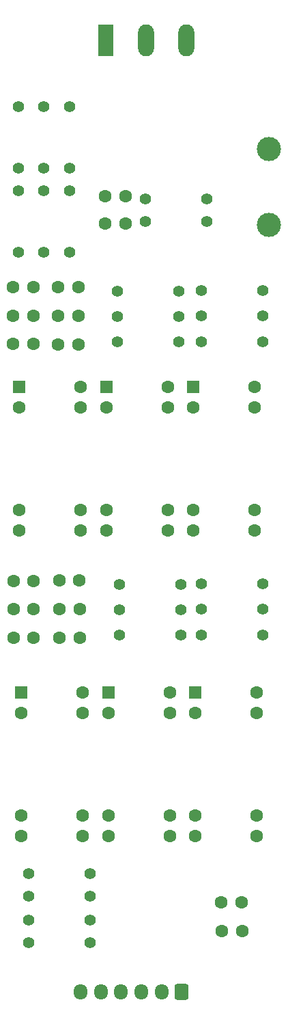
<source format=gbr>
%TF.GenerationSoftware,KiCad,Pcbnew,9.0.4*%
%TF.CreationDate,2025-12-21T15:39:32+05:30*%
%TF.ProjectId,FPGA_Mic_Input,46504741-5f4d-4696-935f-496e7075742e,rev?*%
%TF.SameCoordinates,Original*%
%TF.FileFunction,Soldermask,Bot*%
%TF.FilePolarity,Negative*%
%FSLAX46Y46*%
G04 Gerber Fmt 4.6, Leading zero omitted, Abs format (unit mm)*
G04 Created by KiCad (PCBNEW 9.0.4) date 2025-12-21 15:39:32*
%MOMM*%
%LPD*%
G01*
G04 APERTURE LIST*
G04 Aperture macros list*
%AMRoundRect*
0 Rectangle with rounded corners*
0 $1 Rounding radius*
0 $2 $3 $4 $5 $6 $7 $8 $9 X,Y pos of 4 corners*
0 Add a 4 corners polygon primitive as box body*
4,1,4,$2,$3,$4,$5,$6,$7,$8,$9,$2,$3,0*
0 Add four circle primitives for the rounded corners*
1,1,$1+$1,$2,$3*
1,1,$1+$1,$4,$5*
1,1,$1+$1,$6,$7*
1,1,$1+$1,$8,$9*
0 Add four rect primitives between the rounded corners*
20,1,$1+$1,$2,$3,$4,$5,0*
20,1,$1+$1,$4,$5,$6,$7,0*
20,1,$1+$1,$6,$7,$8,$9,0*
20,1,$1+$1,$8,$9,$2,$3,0*%
G04 Aperture macros list end*
%ADD10C,1.600000*%
%ADD11RoundRect,0.250000X-0.550000X-0.550000X0.550000X-0.550000X0.550000X0.550000X-0.550000X0.550000X0*%
%ADD12C,1.400000*%
%ADD13C,3.000000*%
%ADD14R,1.980000X3.960000*%
%ADD15O,1.980000X3.960000*%
%ADD16RoundRect,0.250000X0.600000X0.725000X-0.600000X0.725000X-0.600000X-0.725000X0.600000X-0.725000X0*%
%ADD17O,1.700000X1.950000*%
G04 APERTURE END LIST*
D10*
%TO.C,U1*%
X131592000Y-88646000D03*
X131592000Y-91186000D03*
X131592000Y-103886000D03*
X131592000Y-106426000D03*
X123972000Y-106426000D03*
X123972000Y-103886000D03*
X123972000Y-91186000D03*
D11*
X123972000Y-88646000D03*
%TD*%
D10*
%TO.C,U2*%
X142372000Y-88646000D03*
X142372000Y-91186000D03*
X142372000Y-103886000D03*
X142372000Y-106426000D03*
X134752000Y-106426000D03*
X134752000Y-103886000D03*
X134752000Y-91186000D03*
D11*
X134752000Y-88646000D03*
%TD*%
D10*
%TO.C,C1*%
X137160000Y-65030000D03*
X134660000Y-65030000D03*
%TD*%
%TO.C,C4*%
X123230000Y-79819000D03*
X125730000Y-79819000D03*
%TD*%
%TO.C,C5*%
X125730000Y-76269000D03*
X123230000Y-76269000D03*
%TD*%
D12*
%TO.C,R4*%
X125095000Y-151765000D03*
X132715000Y-151765000D03*
%TD*%
D10*
%TO.C,C6*%
X131298000Y-83375000D03*
X128798000Y-83375000D03*
%TD*%
%TO.C,C14*%
X131430000Y-112649000D03*
X128930000Y-112649000D03*
%TD*%
%TO.C,C7*%
X131278000Y-79819000D03*
X128778000Y-79819000D03*
%TD*%
D12*
%TO.C,R1*%
X143764000Y-83072000D03*
X136144000Y-83072000D03*
%TD*%
%TO.C,R_bias_3*%
X123825000Y-72009000D03*
X123825000Y-64389000D03*
%TD*%
%TO.C,R2*%
X143764000Y-79922000D03*
X136144000Y-79922000D03*
%TD*%
%TO.C,R7*%
X144043000Y-116255000D03*
X136423000Y-116255000D03*
%TD*%
%TO.C,R6*%
X144043000Y-119405000D03*
X136423000Y-119405000D03*
%TD*%
%TO.C,R_bias_2*%
X127000000Y-72009000D03*
X127000000Y-64389000D03*
%TD*%
D11*
%TO.C,U6*%
X145786000Y-126492000D03*
D10*
X145786000Y-129032000D03*
X145786000Y-141732000D03*
X145786000Y-144272000D03*
X153406000Y-144272000D03*
X153406000Y-141732000D03*
X153406000Y-129032000D03*
X153406000Y-126492000D03*
%TD*%
%TO.C,C16*%
X149118000Y-156083000D03*
X151618000Y-156083000D03*
%TD*%
%TO.C,C9*%
X125735000Y-119761000D03*
X123235000Y-119761000D03*
%TD*%
D12*
%TO.C,Rg4*%
X154203000Y-119355000D03*
X146583000Y-119355000D03*
%TD*%
%TO.C,Rg3*%
X154178000Y-76733000D03*
X146558000Y-76733000D03*
%TD*%
D10*
%TO.C,C3*%
X125730000Y-83369000D03*
X123230000Y-83369000D03*
%TD*%
D12*
%TO.C,R5*%
X125095000Y-154661000D03*
X132715000Y-154661000D03*
%TD*%
D10*
%TO.C,C15*%
X149044500Y-152527000D03*
X151544500Y-152527000D03*
%TD*%
D13*
%TO.C,J3*%
X154940000Y-68580000D03*
%TD*%
D12*
%TO.C,Rg6*%
X154203000Y-113055000D03*
X146583000Y-113055000D03*
%TD*%
%TO.C,R9*%
X125095000Y-157480000D03*
X132715000Y-157480000D03*
%TD*%
D10*
%TO.C,C13*%
X131450000Y-116205000D03*
X128950000Y-116205000D03*
%TD*%
%TO.C,C11*%
X131450000Y-119761000D03*
X128950000Y-119761000D03*
%TD*%
%TO.C,C12*%
X125755000Y-112667000D03*
X123255000Y-112667000D03*
%TD*%
D12*
%TO.C,R3*%
X143764000Y-76772000D03*
X136144000Y-76772000D03*
%TD*%
D10*
%TO.C,C10*%
X125755000Y-116205000D03*
X123255000Y-116205000D03*
%TD*%
%TO.C,C8*%
X131278000Y-76269000D03*
X128778000Y-76269000D03*
%TD*%
D12*
%TO.C,Rg2*%
X154178000Y-79883000D03*
X146558000Y-79883000D03*
%TD*%
%TO.C,R10*%
X125095000Y-148971000D03*
X132715000Y-148971000D03*
%TD*%
%TO.C,RBottom1*%
X139573000Y-68199000D03*
X147193000Y-68199000D03*
%TD*%
D11*
%TO.C,U5*%
X135006000Y-126492000D03*
D10*
X135006000Y-129032000D03*
X135006000Y-141732000D03*
X135006000Y-144272000D03*
X142626000Y-144272000D03*
X142626000Y-141732000D03*
X142626000Y-129032000D03*
X142626000Y-126492000D03*
%TD*%
D12*
%TO.C,Rg1*%
X154178000Y-83033000D03*
X146558000Y-83033000D03*
%TD*%
%TO.C,R_mic_1*%
X130175000Y-61595000D03*
X130175000Y-53975000D03*
%TD*%
%TO.C,RTop1*%
X147193000Y-65405000D03*
X139573000Y-65405000D03*
%TD*%
D11*
%TO.C,U3*%
X145532000Y-88646000D03*
D10*
X145532000Y-91186000D03*
X145532000Y-103886000D03*
X145532000Y-106426000D03*
X153152000Y-106426000D03*
X153152000Y-103886000D03*
X153152000Y-91186000D03*
X153152000Y-88646000D03*
%TD*%
D12*
%TO.C,R_mic_3*%
X123825000Y-61595000D03*
X123825000Y-53975000D03*
%TD*%
%TO.C,R_bias_1*%
X130175000Y-72009000D03*
X130175000Y-64389000D03*
%TD*%
%TO.C,R_mic_2*%
X127000000Y-61595000D03*
X127000000Y-53975000D03*
%TD*%
D11*
%TO.C,U4*%
X124226000Y-126492000D03*
D10*
X124226000Y-129032000D03*
X124226000Y-141732000D03*
X124226000Y-144272000D03*
X131846000Y-144272000D03*
X131846000Y-141732000D03*
X131846000Y-129032000D03*
X131846000Y-126492000D03*
%TD*%
D14*
%TO.C,J1*%
X134700000Y-45730000D03*
D15*
X139700000Y-45730000D03*
X144700000Y-45730000D03*
%TD*%
D10*
%TO.C,C2*%
X137140000Y-68453000D03*
X134640000Y-68453000D03*
%TD*%
D13*
%TO.C,J2*%
X154940000Y-59230000D03*
%TD*%
D16*
%TO.C,J4*%
X144105000Y-163576000D03*
D17*
X141605000Y-163576000D03*
X139105000Y-163576000D03*
X136605000Y-163576000D03*
X134105000Y-163576000D03*
X131605000Y-163576000D03*
%TD*%
D12*
%TO.C,Rg5*%
X154203000Y-116205000D03*
X146583000Y-116205000D03*
%TD*%
%TO.C,R8*%
X144043000Y-113105000D03*
X136423000Y-113105000D03*
%TD*%
M02*

</source>
